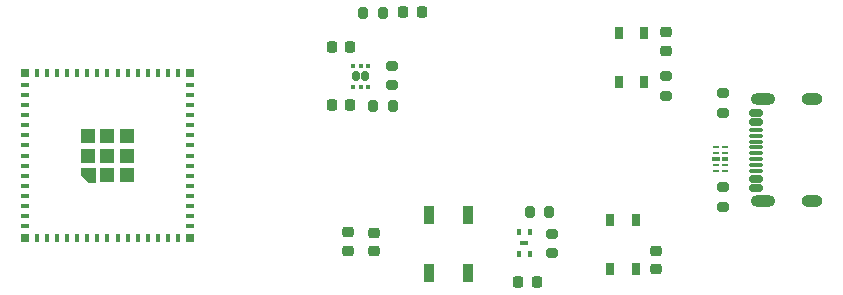
<source format=gbr>
%TF.GenerationSoftware,KiCad,Pcbnew,8.0.8*%
%TF.CreationDate,2025-12-22T10:58:06+04:00*%
%TF.ProjectId,DesignESP32PCB,44657369-676e-4455-9350-33325043422e,rev?*%
%TF.SameCoordinates,Original*%
%TF.FileFunction,Paste,Top*%
%TF.FilePolarity,Positive*%
%FSLAX46Y46*%
G04 Gerber Fmt 4.6, Leading zero omitted, Abs format (unit mm)*
G04 Created by KiCad (PCBNEW 8.0.8) date 2025-12-22 10:58:06*
%MOMM*%
%LPD*%
G01*
G04 APERTURE LIST*
G04 Aperture macros list*
%AMRoundRect*
0 Rectangle with rounded corners*
0 $1 Rounding radius*
0 $2 $3 $4 $5 $6 $7 $8 $9 X,Y pos of 4 corners*
0 Add a 4 corners polygon primitive as box body*
4,1,4,$2,$3,$4,$5,$6,$7,$8,$9,$2,$3,0*
0 Add four circle primitives for the rounded corners*
1,1,$1+$1,$2,$3*
1,1,$1+$1,$4,$5*
1,1,$1+$1,$6,$7*
1,1,$1+$1,$8,$9*
0 Add four rect primitives between the rounded corners*
20,1,$1+$1,$2,$3,$4,$5,0*
20,1,$1+$1,$4,$5,$6,$7,0*
20,1,$1+$1,$6,$7,$8,$9,0*
20,1,$1+$1,$8,$9,$2,$3,0*%
G04 Aperture macros list end*
%ADD10C,0.010000*%
%ADD11RoundRect,0.200000X-0.200000X-0.275000X0.200000X-0.275000X0.200000X0.275000X-0.200000X0.275000X0*%
%ADD12RoundRect,0.200000X0.275000X-0.200000X0.275000X0.200000X-0.275000X0.200000X-0.275000X-0.200000X0*%
%ADD13RoundRect,0.225000X-0.225000X-0.250000X0.225000X-0.250000X0.225000X0.250000X-0.225000X0.250000X0*%
%ADD14RoundRect,0.225000X0.250000X-0.225000X0.250000X0.225000X-0.250000X0.225000X-0.250000X-0.225000X0*%
%ADD15RoundRect,0.218750X0.218750X0.256250X-0.218750X0.256250X-0.218750X-0.256250X0.218750X-0.256250X0*%
%ADD16RoundRect,0.200000X0.200000X0.275000X-0.200000X0.275000X-0.200000X-0.275000X0.200000X-0.275000X0*%
%ADD17R,0.625000X0.250000*%
%ADD18R,0.700000X0.450000*%
%ADD19R,0.575000X0.450000*%
%ADD20RoundRect,0.200000X-0.275000X0.200000X-0.275000X-0.200000X0.275000X-0.200000X0.275000X0.200000X0*%
%ADD21RoundRect,0.225000X0.225000X0.250000X-0.225000X0.250000X-0.225000X-0.250000X0.225000X-0.250000X0*%
%ADD22R,0.650000X1.050000*%
%ADD23R,0.400000X0.800000*%
%ADD24R,0.800000X0.400000*%
%ADD25R,1.200000X1.200000*%
%ADD26R,0.800000X0.800000*%
%ADD27RoundRect,0.090000X0.360000X-0.660000X0.360000X0.660000X-0.360000X0.660000X-0.360000X-0.660000X0*%
%ADD28RoundRect,0.160000X0.160000X-0.245000X0.160000X0.245000X-0.160000X0.245000X-0.160000X-0.245000X0*%
%ADD29RoundRect,0.093750X0.106250X-0.093750X0.106250X0.093750X-0.106250X0.093750X-0.106250X-0.093750X0*%
%ADD30R,0.300000X0.500000*%
%ADD31R,0.800000X0.350000*%
%ADD32O,1.800000X1.000000*%
%ADD33O,2.100000X1.000000*%
%ADD34RoundRect,0.150000X0.425000X-0.150000X0.425000X0.150000X-0.425000X0.150000X-0.425000X-0.150000X0*%
%ADD35RoundRect,0.075000X0.500000X-0.075000X0.500000X0.075000X-0.500000X0.075000X-0.500000X-0.075000X0*%
G04 APERTURE END LIST*
D10*
%TO.C,U1*%
X162830000Y-97883200D02*
X162230000Y-97883200D01*
X161630000Y-97283200D01*
X161630000Y-96683200D01*
X162830000Y-96683200D01*
X162830000Y-97883200D01*
G36*
X162830000Y-97883200D02*
G01*
X162230000Y-97883200D01*
X161630000Y-97283200D01*
X161630000Y-96683200D01*
X162830000Y-96683200D01*
X162830000Y-97883200D01*
G37*
%TD*%
D11*
%TO.C,R5*%
X199636000Y-100451200D03*
X201286000Y-100451200D03*
%TD*%
D12*
%TO.C,R4*%
X201491000Y-103906200D03*
X201491000Y-102256200D03*
%TD*%
D13*
%TO.C,C5*%
X198656000Y-106371200D03*
X200206000Y-106371200D03*
%TD*%
D14*
%TO.C,C1*%
X184226000Y-102135200D03*
X184226000Y-103685200D03*
%TD*%
D15*
%TO.C,D2*%
X190492500Y-83500200D03*
X188917500Y-83500200D03*
%TD*%
D11*
%TO.C,R8*%
X185550000Y-83535200D03*
X187200000Y-83535200D03*
%TD*%
D16*
%TO.C,R6*%
X186395000Y-91435200D03*
X188045000Y-91435200D03*
%TD*%
D14*
%TO.C,C4*%
X210320000Y-105258200D03*
X210320000Y-103708200D03*
%TD*%
D17*
%TO.C,U2*%
X215372500Y-94903200D03*
X215372500Y-95403200D03*
D18*
X215410000Y-95903200D03*
D17*
X215372500Y-96403200D03*
X215372500Y-96903200D03*
X216147500Y-96903200D03*
X216147500Y-96403200D03*
D19*
X216172500Y-95903200D03*
D17*
X216147500Y-95403200D03*
X216147500Y-94903200D03*
%TD*%
D20*
%TO.C,R2*%
X216005000Y-98303200D03*
X216005000Y-99953200D03*
%TD*%
D21*
%TO.C,C7*%
X182875000Y-91365200D03*
X184425000Y-91365200D03*
%TD*%
D20*
%TO.C,R7*%
X187950000Y-89700200D03*
X187950000Y-88050200D03*
%TD*%
D22*
%TO.C,RESET1*%
X209339600Y-85284000D03*
X209339600Y-89434000D03*
X207189600Y-85284000D03*
X207189600Y-89434000D03*
%TD*%
D20*
%TO.C,R3*%
X211179600Y-90569000D03*
X211179600Y-88919000D03*
%TD*%
D22*
%TO.C,BOOT1*%
X206460000Y-105213200D03*
X206460000Y-101063200D03*
X208610000Y-105213200D03*
X208610000Y-101063200D03*
%TD*%
D23*
%TO.C,U1*%
X157930000Y-102633200D03*
X158780000Y-102633200D03*
X159630000Y-102633200D03*
X160480000Y-102633200D03*
X161330000Y-102633200D03*
X162180000Y-102633200D03*
X163030000Y-102633200D03*
X163880000Y-102633200D03*
X164730000Y-102633200D03*
X165580000Y-102633200D03*
X166430000Y-102633200D03*
X167280000Y-102633200D03*
X168130000Y-102633200D03*
X168980000Y-102633200D03*
X169830000Y-102633200D03*
D24*
X170880000Y-101583200D03*
X170880000Y-100733200D03*
X170880000Y-99883200D03*
X170880000Y-99033200D03*
X170880000Y-98183200D03*
X170880000Y-97333200D03*
X170880000Y-96483200D03*
X170880000Y-95633200D03*
X170880000Y-94783200D03*
X170880000Y-93933200D03*
X170880000Y-93083200D03*
X170880000Y-92233200D03*
X170880000Y-91383200D03*
X170880000Y-90533200D03*
X170880000Y-89683200D03*
D23*
X169830000Y-88633200D03*
X168980000Y-88633200D03*
X168130000Y-88633200D03*
X167280000Y-88633200D03*
X166430000Y-88633200D03*
X165580000Y-88633200D03*
X164730000Y-88633200D03*
X163880000Y-88633200D03*
X163030000Y-88633200D03*
X162180000Y-88633200D03*
X161330000Y-88633200D03*
X160480000Y-88633200D03*
X159630000Y-88633200D03*
X158780000Y-88633200D03*
X157930000Y-88633200D03*
D24*
X156880000Y-89683200D03*
X156880000Y-90533200D03*
X156880000Y-91383200D03*
X156880000Y-92233200D03*
X156880000Y-93083200D03*
X156880000Y-93933200D03*
X156880000Y-94783200D03*
X156880000Y-95633200D03*
X156880000Y-96483200D03*
X156880000Y-97333200D03*
X156880000Y-98183200D03*
X156880000Y-99033200D03*
X156880000Y-99883200D03*
X156880000Y-100733200D03*
X156880000Y-101583200D03*
D25*
X163880000Y-95633200D03*
X162230000Y-95633200D03*
X162230000Y-93983200D03*
X163880000Y-93983200D03*
X165530000Y-93983200D03*
X165530000Y-95633200D03*
X165530000Y-97283200D03*
X163880000Y-97283200D03*
D26*
X156880000Y-102633200D03*
X170880000Y-102633200D03*
X170880000Y-88633200D03*
X156880000Y-88633200D03*
%TD*%
D14*
%TO.C,C3*%
X211189600Y-85199000D03*
X211189600Y-86749000D03*
%TD*%
D21*
%TO.C,C6*%
X182855000Y-86475200D03*
X184405000Y-86475200D03*
%TD*%
D27*
%TO.C,D1*%
X191141000Y-105603200D03*
X194441000Y-105603200D03*
X194441000Y-100703200D03*
X191141000Y-100703200D03*
%TD*%
D28*
%TO.C,U3*%
X184920000Y-88915200D03*
X185720000Y-88915200D03*
D29*
X184670000Y-89802700D03*
X185320000Y-89802700D03*
X185970000Y-89802700D03*
X185970000Y-88027700D03*
X185320000Y-88027700D03*
X184670000Y-88027700D03*
%TD*%
D12*
%TO.C,R1*%
X215995000Y-90363200D03*
X215995000Y-92013200D03*
%TD*%
D30*
%TO.C,U4*%
X198681000Y-102101200D03*
X199631000Y-102101200D03*
X199631000Y-104001200D03*
X198681000Y-104001200D03*
D31*
X199156000Y-103051200D03*
%TD*%
D32*
%TO.C,JUSB1*%
X223570000Y-90878200D03*
D33*
X219390000Y-90878200D03*
D32*
X223570000Y-99518200D03*
D33*
X219390000Y-99518200D03*
D34*
X218815000Y-98398200D03*
X218815000Y-97598200D03*
D35*
X218815000Y-96948200D03*
X218815000Y-95948200D03*
X218815000Y-94448200D03*
X218815000Y-93448200D03*
D34*
X218815000Y-92798200D03*
X218815000Y-91998200D03*
X218815000Y-91998200D03*
X218815000Y-92798200D03*
D35*
X218815000Y-93948200D03*
X218815000Y-94948200D03*
X218815000Y-95448200D03*
X218815000Y-96448200D03*
D34*
X218815000Y-97598200D03*
X218815000Y-98398200D03*
%TD*%
D14*
%TO.C,C2*%
X186420000Y-103715200D03*
X186420000Y-102165200D03*
%TD*%
M02*

</source>
